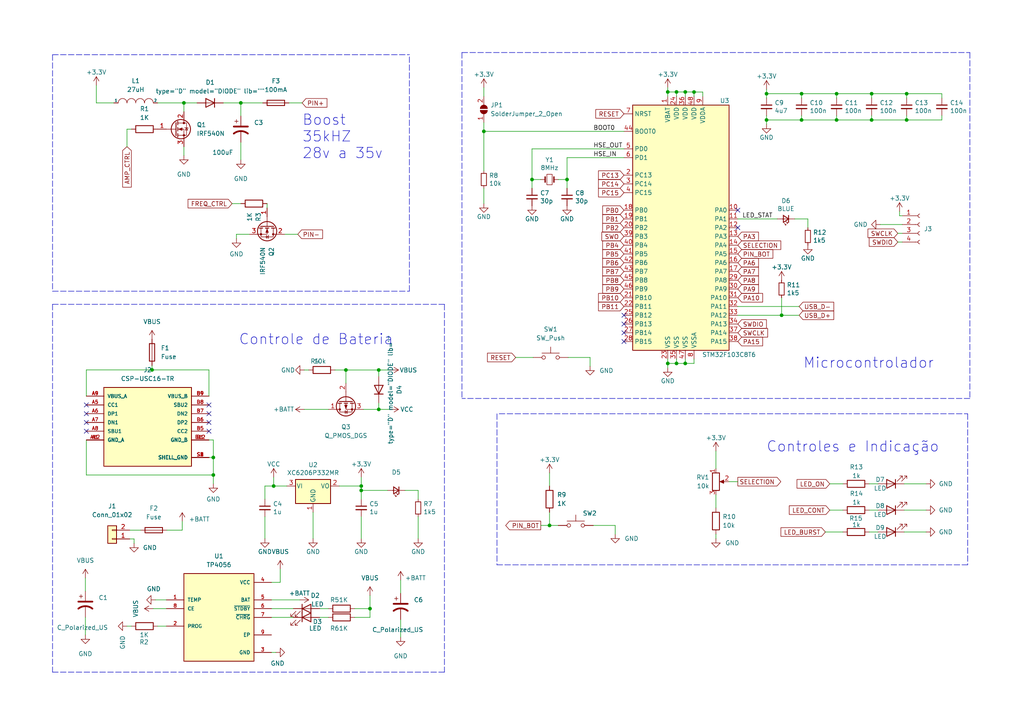
<source format=kicad_sch>
(kicad_sch (version 20211123) (generator eeschema)
  (paper "A4")
  (lib_symbols
    (symbol "CSP-USC16-TR:CSP-USC16-TR" (pin_names (offset 1.016))
      (property "Reference" "J" (at -12.7 13.462 0))
      (property "Value" "CSP-USC16-TR" (at -12.7 -12.7 0))
      (symbol "CSP-USC16-TR_0_0"
        (pin power_in line (at -17.78 -2.54 0) (length 5.08) (name "GND_A") (number "A1"))
        (pin power_in line (at -17.78 -2.54 0) (length 5.08) (name "GND_A") (number "A12"))
        (pin power_in line (at -17.78 10.16 0) (length 5.08) (name "VBUS_A") (number "A4"))
        (pin bidirectional line (at -17.78 7.62 0) (length 5.08) (name "CC1") (number "A5"))
        (pin bidirectional line (at -17.78 5.08 0) (length 5.08) (name "DP1") (number "A6"))
        (pin bidirectional line (at -17.78 2.54 0) (length 5.08) (name "DN1") (number "A7"))
        (pin bidirectional line (at -17.78 0 0) (length 5.08) (name "SBU1") (number "A8"))
        (pin power_in line (at -17.78 10.16 0) (length 5.08) (name "VBUS_A") (number "A9"))
        (pin power_in line (at 17.78 -2.54 180) (length 5.08) (name "GND_B") (number "B1"))
        (pin power_in line (at 17.78 -2.54 180) (length 5.08) (name "GND_B") (number "B12"))
        (pin power_in line (at 17.78 10.16 180) (length 5.08) (name "VBUS_B") (number "B4"))
        (pin bidirectional line (at 17.78 0 180) (length 5.08) (name "CC2") (number "B5"))
        (pin bidirectional line (at 17.78 2.54 180) (length 5.08) (name "DP2") (number "B6"))
        (pin bidirectional line (at 17.78 5.08 180) (length 5.08) (name "DN2") (number "B7"))
        (pin bidirectional line (at 17.78 7.62 180) (length 5.08) (name "SBU2") (number "B8"))
        (pin power_in line (at 17.78 10.16 180) (length 5.08) (name "VBUS_B") (number "B9"))
        (pin power_in line (at 17.78 -7.62 180) (length 5.08) (name "SHELL_GND") (number "S1"))
        (pin power_in line (at 17.78 -7.62 180) (length 5.08) (name "SHELL_GND") (number "S2"))
        (pin power_in line (at 17.78 -7.62 180) (length 5.08) (name "SHELL_GND") (number "S3"))
        (pin power_in line (at 17.78 -7.62 180) (length 5.08) (name "SHELL_GND") (number "S4"))
      )
    )
    (symbol "Connector:Conn_01x04_Female" (pin_names (offset 1.016) hide)
      (property "Reference" "J" (at 0 5.08 0))
      (property "Value" "Conn_01x04_Female" (at 0 -7.62 0))
      (symbol "Conn_01x04_Female_1_1"
        (pin passive line (at -5.08 2.54 0) (length 3.81) (name "Pin_1") (number "1"))
        (pin passive line (at -5.08 0 0) (length 3.81) (name "Pin_2") (number "2"))
        (pin passive line (at -5.08 -2.54 0) (length 3.81) (name "Pin_3") (number "3"))
        (pin passive line (at -5.08 -5.08 0) (length 3.81) (name "Pin_4") (number "4"))
      )
    )
    (symbol "Connector_Generic:Conn_01x02" (pin_names (offset 1.016) hide)
      (property "Reference" "J" (at 0 2.54 0))
      (property "Value" "Conn_01x02" (at 0 -5.08 0))
      (symbol "Conn_01x02_1_1"
        (pin passive line (at -5.08 0 0) (length 3.81) (name "Pin_1") (number "1"))
        (pin passive line (at -5.08 -2.54 0) (length 3.81) (name "Pin_2") (number "2"))
      )
    )
    (symbol "Device:C_Polarized_US" (pin_numbers hide) (pin_names (offset 0.254) hide)
      (property "Reference" "C" (at 0.635 2.54 0))
      (property "Value" "C_Polarized_US" (at 0.635 -2.54 0))
      (symbol "C_Polarized_US_1_1"
        (pin passive line (at 0 3.81 270) (length 2.794) (name "~") (number "1"))
        (pin passive line (at 0 -3.81 90) (length 3.302) (name "~") (number "2"))
      )
    )
    (symbol "Device:C_Small" (pin_numbers hide) (pin_names (offset 0.254) hide)
      (property "Reference" "C" (at 0.254 1.778 0))
      (property "Value" "C_Small" (at 0.254 -2.032 0))
      (symbol "C_Small_1_1"
        (pin passive line (at 0 2.54 270) (length 2.032) (name "~") (number "1"))
        (pin passive line (at 0 -2.54 90) (length 2.032) (name "~") (number "2"))
      )
    )
    (symbol "Device:Crystal_Small" (pin_numbers hide) (pin_names (offset 1.016) hide)
      (property "Reference" "Y" (at 0 2.54 0))
      (property "Value" "Crystal_Small" (at 0 -2.54 0))
      (symbol "Crystal_Small_1_1"
        (pin passive line (at -2.54 0 0) (length 1.27) (name "1") (number "1"))
        (pin passive line (at 2.54 0 180) (length 1.27) (name "2") (number "2"))
      )
    )
    (symbol "Device:Fuse" (pin_numbers hide) (pin_names (offset 0))
      (property "Reference" "F" (at 2.032 0 90))
      (property "Value" "Fuse" (at -1.905 0 90))
      (symbol "Fuse_1_1"
        (pin passive line (at 0 3.81 270) (length 1.27) (name "~") (number "1"))
        (pin passive line (at 0 -3.81 90) (length 1.27) (name "~") (number "2"))
      )
    )
    (symbol "Device:LED" (pin_numbers hide) (pin_names (offset 1.016) hide)
      (property "Reference" "D" (at 0 2.54 0))
      (property "Value" "LED" (at 0 -2.54 0))
      (symbol "LED_1_1"
        (pin passive line (at -3.81 0 0) (length 2.54) (name "K") (number "1"))
        (pin passive line (at 3.81 0 180) (length 2.54) (name "A") (number "2"))
      )
    )
    (symbol "Device:LED_Small" (pin_numbers hide) (pin_names (offset 0.254) hide)
      (property "Reference" "D" (at -1.27 3.175 0))
      (property "Value" "LED_Small" (at -4.445 -2.54 0))
      (symbol "LED_Small_1_1"
        (pin passive line (at -2.54 0 0) (length 1.778) (name "K") (number "1"))
        (pin passive line (at 2.54 0 180) (length 1.778) (name "A") (number "2"))
      )
    )
    (symbol "Device:Q_PMOS_DGS" (pin_names (offset 0) hide)
      (property "Reference" "Q" (at 5.08 1.27 0))
      (property "Value" "Q_PMOS_DGS" (at 5.08 -1.27 0))
      (symbol "Q_PMOS_DGS_1_1"
        (pin passive line (at 2.54 5.08 270) (length 2.54) (name "D") (number "1"))
        (pin input line (at -5.08 0 0) (length 2.54) (name "G") (number "2"))
        (pin passive line (at 2.54 -5.08 90) (length 2.54) (name "S") (number "3"))
      )
    )
    (symbol "Device:R" (pin_numbers hide) (pin_names (offset 0))
      (property "Reference" "R" (at 2.032 0 90))
      (property "Value" "R" (at 0 0 90))
      (symbol "R_1_1"
        (pin passive line (at 0 3.81 270) (length 1.27) (name "~") (number "1"))
        (pin passive line (at 0 -3.81 90) (length 1.27) (name "~") (number "2"))
      )
    )
    (symbol "Device:R_Potentiometer" (pin_names (offset 1.016) hide)
      (property "Reference" "RV" (at -4.445 0 90))
      (property "Value" "R_Potentiometer" (at -2.54 0 90))
      (symbol "R_Potentiometer_1_1"
        (pin passive line (at 0 3.81 270) (length 1.27) (name "1") (number "1"))
        (pin passive line (at 3.81 0 180) (length 1.27) (name "2") (number "2"))
        (pin passive line (at 0 -3.81 90) (length 1.27) (name "3") (number "3"))
      )
    )
    (symbol "Device:R_Small" (pin_numbers hide) (pin_names (offset 0.254) hide)
      (property "Reference" "R" (at 0.762 0.508 0))
      (property "Value" "R_Small" (at 0.762 -1.016 0))
      (symbol "R_Small_1_1"
        (pin passive line (at 0 2.54 270) (length 0.762) (name "~") (number "1"))
        (pin passive line (at 0 -2.54 90) (length 0.762) (name "~") (number "2"))
      )
    )
    (symbol "Jumper:SolderJumper_2_Open" (pin_names (offset 0) hide)
      (property "Reference" "JP" (at 0 2.032 0))
      (property "Value" "SolderJumper_2_Open" (at 0 -2.54 0))
      (symbol "SolderJumper_2_Open_1_1"
        (pin passive line (at -3.81 0 0) (length 2.54) (name "A") (number "1"))
        (pin passive line (at 3.81 0 180) (length 2.54) (name "B") (number "2"))
      )
    )
    (symbol "MCU_ST_STM32F1:STM32F103C8Tx"
      (property "Reference" "U" (at -15.24 36.83 0))
      (property "Value" "STM32F103C8Tx" (at 7.62 36.83 0))
      (symbol "STM32F103C8Tx_1_1"
        (pin power_in line (at -5.08 38.1 270) (length 2.54) (name "VBAT") (number "1"))
        (pin bidirectional line (at 15.24 5.08 180) (length 2.54) (name "PA0") (number "10"))
        (pin bidirectional line (at 15.24 2.54 180) (length 2.54) (name "PA1") (number "11"))
        (pin bidirectional line (at 15.24 0 180) (length 2.54) (name "PA2") (number "12"))
        (pin bidirectional line (at 15.24 -2.54 180) (length 2.54) (name "PA3") (number "13"))
        (pin bidirectional line (at 15.24 -5.08 180) (length 2.54) (name "PA4") (number "14"))
        (pin bidirectional line (at 15.24 -7.62 180) (length 2.54) (name "PA5") (number "15"))
        (pin bidirectional line (at 15.24 -10.16 180) (length 2.54) (name "PA6") (number "16"))
        (pin bidirectional line (at 15.24 -12.7 180) (length 2.54) (name "PA7") (number "17"))
        (pin bidirectional line (at -17.78 5.08 0) (length 2.54) (name "PB0") (number "18"))
        (pin bidirectional line (at -17.78 2.54 0) (length 2.54) (name "PB1") (number "19"))
        (pin bidirectional line (at -17.78 15.24 0) (length 2.54) (name "PC13") (number "2"))
        (pin bidirectional line (at -17.78 0 0) (length 2.54) (name "PB2") (number "20"))
        (pin bidirectional line (at -17.78 -20.32 0) (length 2.54) (name "PB10") (number "21"))
        (pin bidirectional line (at -17.78 -22.86 0) (length 2.54) (name "PB11") (number "22"))
        (pin power_in line (at -5.08 -38.1 90) (length 2.54) (name "VSS") (number "23"))
        (pin power_in line (at -2.54 38.1 270) (length 2.54) (name "VDD") (number "24"))
        (pin bidirectional line (at -17.78 -25.4 0) (length 2.54) (name "PB12") (number "25"))
        (pin bidirectional line (at -17.78 -27.94 0) (length 2.54) (name "PB13") (number "26"))
        (pin bidirectional line (at -17.78 -30.48 0) (length 2.54) (name "PB14") (number "27"))
        (pin bidirectional line (at -17.78 -33.02 0) (length 2.54) (name "PB15") (number "28"))
        (pin bidirectional line (at 15.24 -15.24 180) (length 2.54) (name "PA8") (number "29"))
        (pin bidirectional line (at -17.78 12.7 0) (length 2.54) (name "PC14") (number "3"))
        (pin bidirectional line (at 15.24 -17.78 180) (length 2.54) (name "PA9") (number "30"))
        (pin bidirectional line (at 15.24 -20.32 180) (length 2.54) (name "PA10") (number "31"))
        (pin bidirectional line (at 15.24 -22.86 180) (length 2.54) (name "PA11") (number "32"))
        (pin bidirectional line (at 15.24 -25.4 180) (length 2.54) (name "PA12") (number "33"))
        (pin bidirectional line (at 15.24 -27.94 180) (length 2.54) (name "PA13") (number "34"))
        (pin power_in line (at -2.54 -38.1 90) (length 2.54) (name "VSS") (number "35"))
        (pin power_in line (at 0 38.1 270) (length 2.54) (name "VDD") (number "36"))
        (pin bidirectional line (at 15.24 -30.48 180) (length 2.54) (name "PA14") (number "37"))
        (pin bidirectional line (at 15.24 -33.02 180) (length 2.54) (name "PA15") (number "38"))
        (pin bidirectional line (at -17.78 -2.54 0) (length 2.54) (name "PB3") (number "39"))
        (pin bidirectional line (at -17.78 10.16 0) (length 2.54) (name "PC15") (number "4"))
        (pin bidirectional line (at -17.78 -5.08 0) (length 2.54) (name "PB4") (number "40"))
        (pin bidirectional line (at -17.78 -7.62 0) (length 2.54) (name "PB5") (number "41"))
        (pin bidirectional line (at -17.78 -10.16 0) (length 2.54) (name "PB6") (number "42"))
        (pin bidirectional line (at -17.78 -12.7 0) (length 2.54) (name "PB7") (number "43"))
        (pin input line (at -17.78 27.94 0) (length 2.54) (name "BOOT0") (number "44"))
        (pin bidirectional line (at -17.78 -15.24 0) (length 2.54) (name "PB8") (number "45"))
        (pin bidirectional line (at -17.78 -17.78 0) (length 2.54) (name "PB9") (number "46"))
        (pin power_in line (at 0 -38.1 90) (length 2.54) (name "VSS") (number "47"))
        (pin power_in line (at 2.54 38.1 270) (length 2.54) (name "VDD") (number "48"))
        (pin input line (at -17.78 22.86 0) (length 2.54) (name "PD0") (number "5"))
        (pin input line (at -17.78 20.32 0) (length 2.54) (name "PD1") (number "6"))
        (pin input line (at -17.78 33.02 0) (length 2.54) (name "NRST") (number "7"))
        (pin power_in line (at 2.54 -38.1 90) (length 2.54) (name "VSSA") (number "8"))
        (pin power_in line (at 5.08 38.1 270) (length 2.54) (name "VDDA") (number "9"))
      )
    )
    (symbol "Regulator_Linear:XC6206PxxxMR" (pin_names (offset 0.254))
      (property "Reference" "U" (at -3.81 3.175 0))
      (property "Value" "XC6206PxxxMR" (at 0 3.175 0))
      (symbol "XC6206PxxxMR_1_1"
        (pin power_in line (at 0 -7.62 90) (length 2.54) (name "GND") (number "1"))
        (pin power_out line (at 7.62 0 180) (length 2.54) (name "VO") (number "2"))
        (pin power_in line (at -7.62 0 0) (length 2.54) (name "VI") (number "3"))
      )
    )
    (symbol "Simulation_SPICE:DIODE" (pin_numbers hide) (pin_names (offset 1.016) hide)
      (property "Reference" "D" (at 0 2.54 0))
      (property "Value" "DIODE" (at 0 -2.54 0))
      (symbol "DIODE_1_1"
        (pin passive line (at -3.81 0 0) (length 2.54) (name "A") (number "1"))
        (pin passive line (at 3.81 0 180) (length 2.54) (name "K") (number "2"))
      )
    )
    (symbol "Switch:SW_Push" (pin_numbers hide) (pin_names (offset 1.016) hide)
      (property "Reference" "SW" (at 1.27 2.54 0))
      (property "Value" "SW_Push" (at 0 -1.524 0))
      (symbol "SW_Push_0_1"
        (pin passive line (at -5.08 0 0) (length 2.54) (name "1") (number "1"))
        (pin passive line (at 5.08 0 180) (length 2.54) (name "2") (number "2"))
      )
    )
    (symbol "TP4056:TP4056" (pin_names (offset 1.016))
      (property "Reference" "U" (at -10.16 13.208 0))
      (property "Value" "TP4056" (at -10.16 -15.24 0))
      (symbol "TP4056_0_0"
        (pin input line (at -15.24 5.08 0) (length 5.08) (name "TEMP") (number "1"))
        (pin bidirectional line (at -15.24 -2.54 0) (length 5.08) (name "PROG") (number "2"))
        (pin power_in line (at 15.24 -10.16 180) (length 5.08) (name "GND") (number "3"))
        (pin power_in line (at 15.24 10.16 180) (length 5.08) (name "VCC") (number "4"))
        (pin output line (at 15.24 5.08 180) (length 5.08) (name "BAT") (number "5"))
        (pin output line (at 15.24 2.54 180) (length 5.08) (name "~{STDBY}") (number "6"))
        (pin output line (at 15.24 0 180) (length 5.08) (name "~{CHRG}") (number "7"))
        (pin input line (at -15.24 2.54 0) (length 5.08) (name "CE") (number "8"))
        (pin passive line (at 15.24 -5.08 180) (length 5.08) (name "EP") (number "9"))
      )
    )
    (symbol "Transistor_FET:IRF540N" (pin_names hide)
      (property "Reference" "Q" (at 6.35 1.905 0))
      (property "Value" "IRF540N" (at 6.35 0 0))
      (symbol "IRF540N_1_1"
        (pin input line (at -5.08 0 0) (length 2.54) (name "G") (number "1"))
        (pin passive line (at 2.54 5.08 270) (length 2.54) (name "D") (number "2"))
        (pin passive line (at 2.54 -5.08 90) (length 2.54) (name "S") (number "3"))
      )
    )
    (symbol "power:+3.3V" (power) (pin_names (offset 0))
      (property "Value" "+3.3V" (at 0 3.556 0))
      (symbol "+3.3V_1_1"
        (pin power_in line (at 0 0 90) (length 0) hide (name "+3.3V") (number "1"))
      )
    )
    (symbol "power:+BATT" (power) (pin_names (offset 0))
      (property "Value" "+BATT" (at 0 3.556 0))
      (symbol "+BATT_1_1"
        (pin power_in line (at 0 0 90) (length 0) hide (name "+BATT") (number "1"))
      )
    )
    (symbol "power:GND" (power) (pin_names (offset 0))
      (property "Value" "GND" (at 0 -3.81 0))
      (symbol "GND_1_1"
        (pin power_in line (at 0 0 270) (length 0) hide (name "GND") (number "1"))
      )
    )
    (symbol "power:VBUS" (power) (pin_names (offset 0))
      (property "Value" "VBUS" (at 0 3.81 0))
      (symbol "VBUS_1_1"
        (pin power_in line (at 0 0 90) (length 0) hide (name "VBUS") (number "1"))
      )
    )
    (symbol "power:VCC" (power) (pin_names (offset 0))
      (property "Value" "VCC" (at 0 3.81 0))
      (symbol "VCC_1_1"
        (pin power_in line (at 0 0 90) (length 0) hide (name "VCC") (number "1"))
      )
    )
    (symbol "pspice:INDUCTOR" (pin_numbers hide) (pin_names (offset 0))
      (property "Reference" "L" (at 0 2.54 0))
      (property "Value" "INDUCTOR" (at 0 -1.27 0))
      (symbol "INDUCTOR_1_1"
        (pin input line (at -6.35 0 0) (length 1.27) (name "1") (number "1"))
        (pin input line (at 6.35 0 180) (length 1.27) (name "2") (number "2"))
      )
    )
  )
  (junction (at 262.9662 27.178))
  (junction (at 154.305 52.07))
  (junction (at 53.34 29.845))
  (junction (at 242.6462 34.798))
  (junction (at 196.215 26.67))
  (junction (at 222.3262 34.798))
  (junction (at 242.6462 27.178))
  (junction (at 232.4862 27.178))
  (junction (at 61.8744 137.7696))
  (junction (at 232.4862 34.798))
  (junction (at 109.855 118.745))
  (junction (at 140.335 38.1))
  (junction (at 196.215 105.41))
  (junction (at 193.675 26.67))
  (junction (at 252.8062 34.798))
  (junction (at 159.385 152.4))
  (junction (at 100.33 107.315))
  (junction (at 109.855 107.315))
  (junction (at 193.675 105.41))
  (junction (at 61.8744 132.6896))
  (junction (at 104.775 140.97))
  (junction (at 262.9662 34.798))
  (junction (at 198.755 26.67))
  (junction (at 164.465 52.07))
  (junction (at 252.8062 27.178))
  (junction (at 198.755 105.41))
  (junction (at 201.295 26.6954))
  (junction (at 107.315 176.53))
  (junction (at 79.375 140.97))
  (junction (at 226.695 91.44))
  (junction (at 69.85 29.845))
  (junction (at 222.3262 27.178))
  (junction (at 44.0944 107.2896))
  (junction (at 104.775 142.24))
  (no_connect (at 180.975 99.06))
  (no_connect (at 180.975 93.98))
  (no_connect (at 60.6044 125.0696))
  (no_connect (at 60.6044 122.5296))
  (no_connect (at 60.6044 119.9896))
  (no_connect (at 180.975 96.52))
  (no_connect (at 25.0444 117.4496))
  (no_connect (at 25.0444 125.0696))
  (no_connect (at 25.0444 119.9896))
  (no_connect (at 213.995 66.04))
  (no_connect (at 180.975 91.44))
  (no_connect (at 213.995 60.96))
  (no_connect (at 25.0444 122.5296))
  (no_connect (at 60.6044 117.4496))
  (wire (pts (xy 222.3262 25.908) (xy 222.3262 27.178)))
  (wire (pts (xy 213.995 139.7) (xy 211.455 139.7)))
  (wire (pts (xy 252.095 154.305) (xy 254.635 154.305)))
  (wire (pts (xy 203.835 26.6954) (xy 201.295 26.6954)))
  (polyline (pts (xy 15.24 88.265) (xy 128.905 88.265)))
  (wire (pts (xy 38.8874 156.3116) (xy 37.6174 156.3116)))
  (wire (pts (xy 159.385 148.59) (xy 159.385 152.4)))
  (wire (pts (xy 207.645 156.21) (xy 207.645 154.94)))
  (polyline (pts (xy 144.145 120.015) (xy 144.145 163.83)))
  (wire (pts (xy 180.975 43.18) (xy 154.305 43.18)))
  (wire (pts (xy 140.335 35.56) (xy 140.335 38.1)))
  (wire (pts (xy 53.34 32.385) (xy 53.34 29.845)))
  (wire (pts (xy 109.855 107.315) (xy 100.33 107.315)))
  (wire (pts (xy 232.4862 34.798) (xy 242.6462 34.798)))
  (wire (pts (xy 193.675 105.41) (xy 196.215 105.41)))
  (wire (pts (xy 159.385 152.4) (xy 161.925 152.4)))
  (wire (pts (xy 90.805 156.21) (xy 90.805 148.59)))
  (wire (pts (xy 45.085 173.99) (xy 48.26 173.99)))
  (wire (pts (xy 25.0444 107.2896) (xy 25.0444 114.9096)))
  (wire (pts (xy 102.87 176.53) (xy 107.315 176.53)))
  (polyline (pts (xy 15.24 15.875) (xy 118.745 15.875)))
  (wire (pts (xy 260.4008 70.2056) (xy 261.6708 70.2056)))
  (polyline (pts (xy 128.905 194.945) (xy 15.24 194.945)))
  (wire (pts (xy 107.315 172.72) (xy 107.315 176.53)))
  (wire (pts (xy 252.095 140.335) (xy 254.635 140.335)))
  (wire (pts (xy 61.8744 140.3096) (xy 61.8744 137.7696)))
  (polyline (pts (xy 133.985 15.24) (xy 281.305 15.24)))
  (wire (pts (xy 260.9088 61.3156) (xy 260.9088 62.5856)))
  (wire (pts (xy 193.675 105.41) (xy 193.675 104.14)))
  (wire (pts (xy 240.665 147.955) (xy 244.475 147.955)))
  (wire (pts (xy 37.6174 153.7716) (xy 40.7924 153.7716)))
  (wire (pts (xy 156.845 152.4) (xy 159.385 152.4)))
  (wire (pts (xy 44.45 176.53) (xy 48.26 176.53)))
  (wire (pts (xy 109.855 118.745) (xy 105.41 118.745)))
  (wire (pts (xy 72.39 67.945) (xy 68.58 67.945)))
  (wire (pts (xy 178.435 154.94) (xy 178.435 152.4)))
  (wire (pts (xy 61.8744 132.6896) (xy 61.8744 137.7696)))
  (wire (pts (xy 36.83 181.61) (xy 38.1 181.61)))
  (wire (pts (xy 25.0444 107.2896) (xy 44.0944 107.2896)))
  (wire (pts (xy 76.835 140.97) (xy 76.835 144.78)))
  (wire (pts (xy 164.465 52.07) (xy 164.465 45.72)))
  (wire (pts (xy 78.74 179.07) (xy 85.09 179.07)))
  (wire (pts (xy 207.645 147.32) (xy 207.645 143.51)))
  (wire (pts (xy 234.315 66.04) (xy 234.315 63.5)))
  (wire (pts (xy 232.4862 27.178) (xy 222.3262 27.178)))
  (wire (pts (xy 107.315 179.07) (xy 107.315 176.53)))
  (wire (pts (xy 232.4862 27.178) (xy 232.4862 28.448)))
  (wire (pts (xy 95.25 118.745) (xy 88.265 118.745)))
  (wire (pts (xy 27.94 24.765) (xy 27.94 29.845)))
  (wire (pts (xy 193.675 26.67) (xy 196.215 26.67)))
  (wire (pts (xy 76.835 156.21) (xy 76.835 149.86)))
  (wire (pts (xy 48.4124 153.7716) (xy 52.8574 153.7716)))
  (wire (pts (xy 198.755 26.67) (xy 201.295 26.67)))
  (wire (pts (xy 24.765 167.64) (xy 24.765 171.45)))
  (wire (pts (xy 180.975 38.1) (xy 140.335 38.1)))
  (wire (pts (xy 112.395 142.24) (xy 104.775 142.24)))
  (wire (pts (xy 140.335 38.1) (xy 140.335 49.53)))
  (wire (pts (xy 77.47 59.055) (xy 77.47 60.325)))
  (wire (pts (xy 226.695 91.44) (xy 213.995 91.44)))
  (wire (pts (xy 255.3208 65.1256) (xy 261.6708 65.1256)))
  (wire (pts (xy 61.8744 132.6896) (xy 61.8744 127.6096)))
  (wire (pts (xy 154.305 43.18) (xy 154.305 52.07)))
  (polyline (pts (xy 133.985 15.24) (xy 133.985 115.57)))
  (wire (pts (xy 268.605 140.335) (xy 262.255 140.335)))
  (wire (pts (xy 201.295 26.67) (xy 201.295 26.6954)))
  (wire (pts (xy 116.205 184.785) (xy 116.205 179.705)))
  (wire (pts (xy 83.82 29.845) (xy 87.63 29.845)))
  (wire (pts (xy 100.33 107.315) (xy 100.33 111.125)))
  (wire (pts (xy 53.34 29.845) (xy 45.72 29.845)))
  (wire (pts (xy 116.205 168.275) (xy 116.205 172.085)))
  (wire (pts (xy 78.74 176.53) (xy 85.09 176.53)))
  (wire (pts (xy 268.605 147.955) (xy 262.255 147.955)))
  (wire (pts (xy 44.0944 106.0196) (xy 44.0944 107.2896)))
  (wire (pts (xy 242.6462 33.528) (xy 242.6462 34.798)))
  (wire (pts (xy 61.8744 132.6896) (xy 60.6044 132.6896)))
  (wire (pts (xy 100.33 107.315) (xy 97.155 107.315)))
  (wire (pts (xy 207.645 130.81) (xy 207.645 135.89)))
  (polyline (pts (xy 118.745 84.455) (xy 118.745 15.875)))
  (wire (pts (xy 98.425 140.97) (xy 104.775 140.97)))
  (wire (pts (xy 193.675 26.67) (xy 193.675 27.94)))
  (polyline (pts (xy 280.67 120.015) (xy 280.67 163.83)))
  (wire (pts (xy 24.765 184.15) (xy 24.765 179.07)))
  (wire (pts (xy 231.775 88.9) (xy 213.995 88.9)))
  (wire (pts (xy 79.375 140.97) (xy 76.835 140.97)))
  (wire (pts (xy 178.435 152.4) (xy 172.085 152.4)))
  (wire (pts (xy 198.755 104.14) (xy 198.755 105.41)))
  (wire (pts (xy 239.395 154.305) (xy 244.475 154.305)))
  (wire (pts (xy 159.385 137.16) (xy 159.385 140.97)))
  (wire (pts (xy 203.835 27.94) (xy 203.835 26.6954)))
  (wire (pts (xy 109.855 116.84) (xy 109.855 118.745)))
  (wire (pts (xy 222.3262 34.798) (xy 222.3262 36.068)))
  (polyline (pts (xy 144.78 120.015) (xy 280.67 120.015)))
  (wire (pts (xy 262.9662 27.178) (xy 273.177 27.178)))
  (wire (pts (xy 196.215 27.94) (xy 196.215 26.67)))
  (wire (pts (xy 154.305 54.61) (xy 154.305 52.07)))
  (wire (pts (xy 53.34 45.085) (xy 53.34 42.545)))
  (wire (pts (xy 53.34 29.845) (xy 57.15 29.845)))
  (wire (pts (xy 52.8574 151.2316) (xy 52.8574 153.7716)))
  (wire (pts (xy 252.8062 27.178) (xy 242.6462 27.178)))
  (wire (pts (xy 262.9662 33.528) (xy 262.9662 34.798)))
  (wire (pts (xy 273.177 33.528) (xy 273.177 34.798)))
  (wire (pts (xy 121.285 142.24) (xy 117.475 142.24)))
  (polyline (pts (xy 15.24 15.875) (xy 15.24 84.455)))
  (wire (pts (xy 164.465 54.61) (xy 164.465 52.07)))
  (wire (pts (xy 193.675 106.68) (xy 193.675 105.41)))
  (polyline (pts (xy 281.305 115.57) (xy 133.985 115.57)))
  (wire (pts (xy 44.0944 107.2896) (xy 60.6044 107.2896)))
  (wire (pts (xy 79.375 138.43) (xy 79.375 140.97)))
  (wire (pts (xy 104.775 138.43) (xy 104.775 140.97)))
  (wire (pts (xy 222.3262 33.528) (xy 222.3262 34.798)))
  (wire (pts (xy 171.1452 106.2228) (xy 171.1452 103.6828)))
  (wire (pts (xy 252.8062 28.448) (xy 252.8062 27.178)))
  (wire (pts (xy 242.6462 28.448) (xy 242.6462 27.178)))
  (wire (pts (xy 196.215 104.14) (xy 196.215 105.41)))
  (wire (pts (xy 226.695 86.36) (xy 226.695 91.44)))
  (polyline (pts (xy 15.24 84.455) (xy 118.745 84.455)))
  (wire (pts (xy 196.215 26.67) (xy 198.755 26.67)))
  (wire (pts (xy 161.925 52.07) (xy 164.465 52.07)))
  (wire (pts (xy 222.3262 34.798) (xy 232.4862 34.798)))
  (wire (pts (xy 140.335 54.61) (xy 140.335 59.055)))
  (polyline (pts (xy 280.67 163.83) (xy 144.145 163.83)))
  (wire (pts (xy 67.31 59.055) (xy 69.85 59.055)))
  (wire (pts (xy 252.095 147.955) (xy 254.635 147.955)))
  (wire (pts (xy 262.9662 34.798) (xy 273.177 34.798)))
  (wire (pts (xy 222.3262 27.178) (xy 222.3262 28.448)))
  (wire (pts (xy 25.0444 137.7696) (xy 61.8744 137.7696)))
  (wire (pts (xy 109.855 107.315) (xy 109.855 109.22)))
  (wire (pts (xy 95.25 179.07) (xy 92.71 179.07)))
  (wire (pts (xy 242.6462 27.178) (xy 232.4862 27.178)))
  (wire (pts (xy 198.755 105.41) (xy 201.295 105.41)))
  (wire (pts (xy 104.775 142.24) (xy 104.775 144.78)))
  (wire (pts (xy 121.285 156.21) (xy 121.285 149.86)))
  (wire (pts (xy 80.01 189.23) (xy 78.74 189.23)))
  (wire (pts (xy 252.8062 34.798) (xy 262.9662 34.798)))
  (wire (pts (xy 201.295 105.41) (xy 201.295 104.14)))
  (wire (pts (xy 69.85 29.845) (xy 76.2 29.845)))
  (wire (pts (xy 60.6044 114.9096) (xy 60.6044 107.2896)))
  (wire (pts (xy 45.72 181.61) (xy 48.26 181.61)))
  (polyline (pts (xy 281.305 15.24) (xy 281.305 115.57)))
  (wire (pts (xy 260.4008 67.6656) (xy 261.6708 67.6656)))
  (wire (pts (xy 121.285 144.78) (xy 121.285 142.24)))
  (wire (pts (xy 69.85 29.845) (xy 64.77 29.845)))
  (wire (pts (xy 69.85 33.655) (xy 69.85 29.845)))
  (wire (pts (xy 68.58 67.945) (xy 68.58 69.215)))
  (wire (pts (xy 81.28 165.1) (xy 81.28 168.91)))
  (wire (pts (xy 193.675 25.4) (xy 193.675 26.67)))
  (wire (pts (xy 252.8062 33.528) (xy 252.8062 34.798)))
  (wire (pts (xy 113.03 118.745) (xy 109.855 118.745)))
  (wire (pts (xy 36.83 37.465) (xy 36.83 42.545)))
  (wire (pts (xy 201.295 26.6954) (xy 201.295 27.94)))
  (wire (pts (xy 273.177 28.448) (xy 273.177 27.178)))
  (wire (pts (xy 104.775 156.21) (xy 104.775 149.86)))
  (wire (pts (xy 196.215 105.41) (xy 198.755 105.41)))
  (wire (pts (xy 242.6462 34.798) (xy 252.8062 34.798)))
  (wire (pts (xy 102.87 179.07) (xy 107.315 179.07)))
  (wire (pts (xy 83.185 140.97) (xy 79.375 140.97)))
  (wire (pts (xy 69.85 46.355) (xy 69.85 41.275)))
  (wire (pts (xy 38.1 37.465) (xy 36.83 37.465)))
  (wire (pts (xy 232.4862 34.798) (xy 232.4862 33.528)))
  (wire (pts (xy 38.8874 157.5816) (xy 38.8874 156.3116)))
  (wire (pts (xy 149.5552 103.6828) (xy 154.6352 103.6828)))
  (wire (pts (xy 25.0444 127.6096) (xy 25.0444 137.7696)))
  (wire (pts (xy 262.9662 27.178) (xy 252.8062 27.178)))
  (wire (pts (xy 262.9662 28.448) (xy 262.9662 27.178)))
  (wire (pts (xy 234.315 63.5) (xy 230.505 63.5)))
  (wire (pts (xy 171.1452 103.6828) (xy 164.7952 103.6828)))
  (wire (pts (xy 104.775 140.97) (xy 104.775 142.24)))
  (wire (pts (xy 231.775 91.44) (xy 226.695 91.44)))
  (wire (pts (xy 213.995 63.5) (xy 225.425 63.5)))
  (wire (pts (xy 113.03 107.315) (xy 109.855 107.315)))
  (polyline (pts (xy 128.905 88.265) (xy 128.905 194.945)))
  (wire (pts (xy 260.9088 62.5856) (xy 261.6708 62.5856)))
  (wire (pts (xy 268.605 154.305) (xy 262.255 154.305)))
  (wire (pts (xy 86.995 173.99) (xy 78.74 173.99)))
  (polyline (pts (xy 15.24 88.265) (xy 15.24 194.945)))
  (wire (pts (xy 240.665 140.335) (xy 244.475 140.335)))
  (wire (pts (xy 154.305 52.07) (xy 156.845 52.07)))
  (wire (pts (xy 95.25 176.53) (xy 92.71 176.53)))
  (wire (pts (xy 81.28 168.91) (xy 78.74 168.91)))
  (wire (pts (xy 198.755 27.94) (xy 198.755 26.67)))
  (wire (pts (xy 88.265 107.315) (xy 89.535 107.315)))
  (wire (pts (xy 82.55 67.945) (xy 86.36 67.945)))
  (wire (pts (xy 27.94 29.845) (xy 33.02 29.845)))
  (wire (pts (xy 61.8744 127.6096) (xy 60.6044 127.6096)))
  (wire (pts (xy 164.465 45.72) (xy 180.975 45.72)))
  (wire (pts (xy 140.335 25.4) (xy 140.335 27.94)))
  (text "Controle de Bateria" (at 69.215 100.33 0) (effects (font (size 3 3)) (justify left bottom)))
  (text "Controles e Indicação" (at 222.25 131.445 0) (effects (font (size 3 3)) (justify left bottom)))
  (text "Boost \n35kHZ\n28v a 35v" (at 87.63 46.355 0) (effects (font (size 3 3)) (justify left bottom)))
  (text "Microcontrolador" (at 232.918 107.1626 0) (effects (font (size 3 3)) (justify left bottom)))
  (label "BOOT0" (at 172.085 38.1 0))
  (label "HSE_OUT" (at 172.085 43.18 0))
  (label "HSE_IN" (at 172.085 45.72 0))
  (label "LED_STAT" (at 215.265 63.5 0))
  (global_label "PIN_BOT" (shape input) (at 213.995 73.66 0) (property "Intersheet References" "${INTERSHEET_REFS}" (effects hide)))
  (global_label "LED_CONT" (shape input) (at 240.665 147.955 180) (property "Intersheet References" "${INTERSHEET_REFS}" (effects hide)))
  (global_label "SWDIO" (shape input) (at 213.995 93.98 0) (property "Intersheet References" "${INTERSHEET_REFS}" (effects hide)))
  (global_label "PB10" (shape input) (at 180.975 86.36 180) (property "Intersheet References" "${INTERSHEET_REFS}" (effects hide)))
  (global_label "SWO" (shape input) (at 180.975 68.58 180) (property "Intersheet References" "${INTERSHEET_REFS}" (effects hide)))
  (global_label "PB11" (shape input) (at 180.975 88.9 180) (property "Intersheet References" "${INTERSHEET_REFS}" (effects hide)))
  (global_label "PB6" (shape input) (at 180.975 76.2 180) (property "Intersheet References" "${INTERSHEET_REFS}" (effects hide)))
  (global_label "PB4" (shape input) (at 180.975 71.12 180) (property "Intersheet References" "${INTERSHEET_REFS}" (effects hide)))
  (global_label "AMP_CTRL" (shape input) (at 36.83 42.545 270) (property "Intersheet References" "${INTERSHEET_REFS}" (effects hide)))
  (global_label "PB7" (shape input) (at 180.975 78.74 180) (property "Intersheet References" "${INTERSHEET_REFS}" (effects hide)))
  (global_label "SWCLK" (shape input) (at 213.995 96.52 0) (property "Intersheet References" "${INTERSHEET_REFS}" (effects hide)))
  (global_label "PC14" (shape input) (at 180.975 53.34 180) (property "Intersheet References" "${INTERSHEET_REFS}" (effects hide)))
  (global_label "RESET" (shape input) (at 180.975 33.02 180) (property "Intersheet References" "${INTERSHEET_REFS}" (effects hide)))
  (global_label "PIN-" (shape input) (at 86.36 67.945 0) (property "Intersheet References" "${INTERSHEET_REFS}" (effects hide)))
  (global_label "FREQ_CTRL" (shape input) (at 67.31 59.055 180) (property "Intersheet References" "${INTERSHEET_REFS}" (effects hide)))
  (global_label "PC13" (shape input) (at 180.975 50.8 180) (property "Intersheet References" "${INTERSHEET_REFS}" (effects hide)))
  (global_label "USB_D+" (shape input) (at 231.775 91.44 0) (property "Intersheet References" "${INTERSHEET_REFS}" (effects hide)))
  (global_label "LED_BURST" (shape input) (at 239.395 154.305 180) (property "Intersheet References" "${INTERSHEET_REFS}" (effects hide)))
  (global_label "SELECTION" (shape output) (at 213.995 139.7 0) (property "Intersheet References" "${INTERSHEET_REFS}" (effects hide)))
  (global_label "SWDIO" (shape input) (at 260.4008 70.2056 180) (property "Intersheet References" "${INTERSHEET_REFS}" (effects hide)))
  (global_label "SELECTION" (shape input) (at 213.995 71.12 0) (property "Intersheet References" "${INTERSHEET_REFS}" (effects hide)))
  (global_label "PIN_BOT" (shape output) (at 156.845 152.4 180) (property "Intersheet References" "${INTERSHEET_REFS}" (effects hide)))
  (global_label "SWCLK" (shape input) (at 260.4008 67.6656 180) (property "Intersheet References" "${INTERSHEET_REFS}" (effects hide)))
  (global_label "PIN+" (shape input) (at 87.63 29.845 0) (property "Intersheet References" "${INTERSHEET_REFS}" (effects hide)))
  (global_label "PB0" (shape input) (at 180.975 60.96 180) (property "Intersheet References" "${INTERSHEET_REFS}" (effects hide)))
  (global_label "PA10" (shape input) (at 213.995 86.36 0) (property "Intersheet References" "${INTERSHEET_REFS}" (effects hide)))
  (global_label "LED_ON" (shape input) (at 240.665 140.335 180) (property "Intersheet References" "${INTERSHEET_REFS}" (effects hide)))
  (global_label "PA9" (shape input) (at 213.995 83.82 0) (property "Intersheet References" "${INTERSHEET_REFS}" (effects hide)))
  (global_label "USB_D-" (shape input) (at 231.775 88.9 0) (property "Intersheet References" "${INTERSHEET_REFS}" (effects hide)))
  (global_label "PA3" (shape input) (at 213.995 68.58 0) (property "Intersheet References" "${INTERSHEET_REFS}" (effects hide)))
  (global_label "RESET" (shape input) (at 149.5552 103.6828 180) (property "Intersheet References" "${INTERSHEET_REFS}" (effects hide)))
  (global_label "PC15" (shape input) (at 180.975 55.88 180) (property "Intersheet References" "${INTERSHEET_REFS}" (effects hide)))
  (global_label "PB1" (shape input) (at 180.975 63.5 180) (property "Intersheet References" "${INTERSHEET_REFS}" (effects hide)))
  (global_label "PB8" (shape input) (at 180.975 81.28 180) (property "Intersheet References" "${INTERSHEET_REFS}" (effects hide)))
  (global_label "PA15" (shape input) (at 213.995 99.06 0) (property "Intersheet References" "${INTERSHEET_REFS}" (effects hide)))
  (global_label "PB9" (shape input) (at 180.975 83.82 180) (property "Intersheet References" "${INTERSHEET_REFS}" (effects hide)))
  (global_label "PB5" (shape input) (at 180.975 73.66 180) (property "Intersheet References" "${INTERSHEET_REFS}" (effects hide)))
  (global_label "PA6" (shape input) (at 213.995 76.2 0) (property "Intersheet References" "${INTERSHEET_REFS}" (effects hide)))
  (global_label "PA8" (shape input) (at 213.995 81.28 0) (property "Intersheet References" "${INTERSHEET_REFS}" (effects hide)))
  (global_label "PA7" (shape input) (at 213.995 78.74 0) (property "Intersheet References" "${INTERSHEET_REFS}" (effects hide)))
  (global_label "PB2" (shape input) (at 180.975 66.04 180) (property "Intersheet References" "${INTERSHEET_REFS}" (effects hide)))
  (symbol (lib_id "power:GND") (at 268.605 154.305 90) (unit 1)
    (property "Reference" "#PWR0106" (effects hide))
    (property "Value" "GND" (at 272.2626 154.3049 90) (effects (justify right)))
  )
  (symbol (lib_id "Simulation_SPICE:DIODE") (at 109.855 113.03 90) (mirror x) (unit 1)
    (property "Reference" "D4" (at 115.7986 113.03 0))
    (property "Value" "DIODE" (at 113.2586 113.03 0))
    (property "Footprint" "Diode_SMD:D_1210_3225Metric" (effects hide))
    (property "Spice_Netlist_Enabled" "Y" (effects hide))
    (property "Spice_Primitive" "D" (effects hide))
  )
  (symbol (lib_id "Connector:Conn_01x04_Female") (at 266.7508 65.1256 0) (unit 1)
    (property "Reference" "J3" (at 267.97 66.3955 0) (effects (justify left)))
    (property "Value" "Conn_01x04_Female" (effects hide))
    (property "Footprint" "Connector_PinSocket_2.54mm:PinSocket_1x04_P2.54mm_Vertical_SMD_Pin1Left" (effects hide))
  )
  (symbol (lib_id "Connector_Generic:Conn_01x02") (at 32.5374 156.3116 180) (unit 1)
    (property "Reference" "J1" (at 32.5374 146.7866 0))
    (property "Value" "Conn_01x02" (at 32.5374 149.3266 0))
    (property "Footprint" "Connector_PinSocket_2.54mm:PinSocket_1x02_P2.54mm_Vertical" (effects hide))
  )
  (symbol (lib_id "power:+BATT") (at 86.995 173.99 270) (unit 1)
    (property "Reference" "#PWR0135" (effects hide))
    (property "Value" "+BATT" (at 83.82 172.085 90) (effects (justify left)))
  )
  (symbol (lib_id "TP4056:TP4056") (at 63.5 179.07 0) (unit 1)
    (property "Reference" "U1" (at 63.5 161.29 0))
    (property "Value" "TP4056" (at 63.5 163.83 0))
    (property "Footprint" "SOP127P600X175-9N" (effects hide))
    (property "STANDARD" "IPC 7351B" (effects hide))
    (property "MAXIMUM_PACKAGE_HEIGHT" "1.75mm" (effects hide))
    (property "MANUFACTURER" "NanJing Top Power ASIC Corp." (effects hide))
  )
  (symbol (lib_id "Transistor_FET:IRF540N") (at 50.8 37.465 0) (unit 1)
    (property "Reference" "Q1" (at 57.0484 36.1949 0) (effects (justify left)))
    (property "Value" "IRF540N" (at 57.0484 38.7349 0) (effects (justify left)))
    (property "Footprint" "Package_TO_SOT_THT:TO-220-3_Vertical" (effects hide))
    (property "Datasheet" "http://www.irf.com/product-info/datasheets/data/irf540n.pdf" (effects hide))
  )
  (symbol (lib_id "Device:R_Small") (at 234.315 68.58 0) (unit 1)
    (property "Reference" "R12" (at 235.8136 67.4116 0) (effects (justify left)))
    (property "Value" "1k5" (at 235.8136 69.723 0) (effects (justify left)))
    (property "Footprint" "Resistor_SMD:R_0603_1608Metric" (effects hide))
    (property "LCSC Part #" "C22843" (effects hide))
  )
  (symbol (lib_id "Device:C_Small") (at 252.8062 30.988 0) (unit 1)
    (property "Reference" "C12" (at 255.143 29.8196 0) (effects (justify left)))
    (property "Value" "100n" (at 255.143 32.131 0) (effects (justify left)))
    (property "Footprint" "Capacitor_SMD:C_0402_1005Metric" (effects hide))
    (property "LCSC Part #" "C1525" (effects hide))
  )
  (symbol (lib_id "Device:LED") (at 258.445 140.335 180) (unit 1)
    (property "Reference" "D7" (at 255.27 139.0904 0))
    (property "Value" "LED" (at 255.27 141.6304 0))
    (property "Footprint" "LED_THT:LED_D5.0mm_FlatTop" (effects hide))
  )
  (symbol (lib_id "Device:Crystal_Small") (at 159.385 52.07 0) (unit 1)
    (property "Reference" "Y1" (at 159.385 46.355 0))
    (property "Value" "8MHz" (at 159.385 48.6664 0))
    (property "Footprint" "Crystal:Crystal_SMD_5032-2Pin_5.0x3.2mm" (effects hide))
    (property "LCSC Part #" "C115962" (effects hide))
  )
  (symbol (lib_id "Device:C_Small") (at 232.4862 30.988 0) (unit 1)
    (property "Reference" "C10" (at 234.823 29.8196 0) (effects (justify left)))
    (property "Value" "100n" (at 234.823 32.131 0) (effects (justify left)))
    (property "Footprint" "Capacitor_SMD:C_0402_1005Metric" (effects hide))
    (property "LCSC Part #" "C1525" (effects hide))
  )
  (symbol (lib_id "power:+3.3V") (at 222.3262 25.908 0) (unit 1)
    (property "Reference" "#PWR016" (effects hide))
    (property "Value" "+3.3V" (at 222.3262 22.098 0))
  )
  (symbol (lib_id "Device:C_Small") (at 242.6462 30.988 0) (unit 1)
    (property "Reference" "C11" (at 244.983 29.8196 0) (effects (justify left)))
    (property "Value" "100n" (at 244.983 32.131 0) (effects (justify left)))
    (property "Footprint" "Capacitor_SMD:C_0402_1005Metric" (effects hide))
    (property "LCSC Part #" "C1525" (effects hide))
  )
  (symbol (lib_id "power:VCC") (at 113.03 118.745 270) (unit 1)
    (property "Reference" "#PWR0139" (effects hide))
    (property "Value" "VCC" (at 118.0084 118.745 90))
  )
  (symbol (lib_id "power:VBUS") (at 113.03 107.315 270) (mirror x) (unit 1)
    (property "Reference" "#PWR0129" (effects hide))
    (property "Value" "VBUS" (at 118.4402 107.3658 90))
  )
  (symbol (lib_id "Device:R") (at 99.06 179.07 90) (unit 1)
    (property "Reference" "R6" (at 98.425 182.245 90) (effects (justify left)))
    (property "Value" "1K" (at 100.965 182.245 90) (effects (justify left)))
    (property "Footprint" "Resistor_SMD:R_0603_1608Metric" (effects hide))
  )
  (symbol (lib_id "Device:R_Potentiometer") (at 207.645 139.7 0) (unit 1)
    (property "Reference" "RV1" (at 205.74 138.4299 0) (effects (justify right)))
    (property "Value" "10k" (at 205.74 140.9699 0) (effects (justify right)))
    (property "Footprint" "Resistor_SMD:R_0603_1608Metric" (effects hide))
  )
  (symbol (lib_id "Device:LED") (at 258.445 154.305 180) (unit 1)
    (property "Reference" "D9" (at 255.27 153.0604 0))
    (property "Value" "LED" (at 255.27 155.6004 0))
    (property "Footprint" "LED_THT:LED_D5.0mm_FlatTop" (effects hide))
  )
  (symbol (lib_id "Device:LED_Small") (at 227.965 63.5 180) (unit 1)
    (property "Reference" "D6" (at 227.965 58.2422 0))
    (property "Value" "BLUE" (at 227.965 60.5536 0))
    (property "Footprint" "LED_THT:LED_D5.0mm_FlatTop" (effects hide))
    (property "LCSC Part #" "C72041" (effects hide))
  )
  (symbol (lib_id "power:+3.3V") (at 207.645 130.81 0) (unit 1)
    (property "Reference" "#PWR015" (effects hide))
    (property "Value" "+3.3V" (at 207.645 127 0))
  )
  (symbol (lib_id "power:GND") (at 53.34 45.085 0) (unit 1)
    (property "Reference" "#PWR0124" (effects hide))
    (property "Value" "GND" (at 53.34 50.5714 0))
  )
  (symbol (lib_id "Regulator_Linear:XC6206PxxxMR") (at 90.805 140.97 0) (unit 1)
    (property "Reference" "U2" (at 90.805 134.8232 0))
    (property "Value" "XC6206P332MR" (at 90.805 137.1346 0))
    (property "Footprint" "Package_TO_SOT_SMD:SOT-23" (effects hide))
    (property "Datasheet" "https://www.torexsemi.com/file/xc6206/XC6206.pdf" (effects hide))
    (property "LCSC Part #" "C5446" (effects hide))
  )
  (symbol (lib_id "power:GND") (at 61.8744 140.3096 0) (unit 1)
    (property "Reference" "#PWR0136" (effects hide))
    (property "Value" "GND" (at 61.8744 144.78 0))
  )
  (symbol (lib_id "power:VBUS") (at 44.45 176.53 90) (unit 1)
    (property "Reference" "#PWR0144" (effects hide))
    (property "Value" "VBUS" (at 39.37 176.53 0))
  )
  (symbol (lib_id "Device:Fuse") (at 80.01 29.845 90) (unit 1)
    (property "Reference" "F3" (at 80.01 23.495 90))
    (property "Value" "100mA" (at 80.01 26.035 90))
    (property "Footprint" "Resistor_SMD:R_1206_3216Metric" (effects hide))
  )
  (symbol (lib_id "Device:C_Small") (at 222.3262 30.988 0) (unit 1)
    (property "Reference" "C9" (at 224.663 29.8196 0) (effects (justify left)))
    (property "Value" "4u7" (at 224.663 32.131 0) (effects (justify left)))
    (property "Footprint" "Capacitor_SMD:C_0603_1608Metric" (effects hide))
    (property "LCSC Part #" "C19666" (effects hide))
  )
  (symbol (lib_id "Device:R") (at 41.91 181.61 90) (unit 1)
    (property "Reference" "R2" (at 43.1292 186.2328 90) (effects (justify left)))
    (property "Value" "1K" (at 43.18 184.15 90) (effects (justify left)))
    (property "Footprint" "Resistor_SMD:R_0603_1608Metric" (effects hide))
  )
  (symbol (lib_id "Device:C_Small") (at 104.775 147.32 0) (unit 1)
    (property "Reference" "C5" (at 107.1118 146.1516 0) (effects (justify left)))
    (property "Value" "1u" (at 107.1118 148.463 0) (effects (justify left)))
    (property "Footprint" "Capacitor_SMD:C_0603_1608Metric" (effects hide))
    (property "LCSC Part #" "C15849" (effects hide))
  )
  (symbol (lib_id "Device:C_Small") (at 262.9662 30.988 0) (unit 1)
    (property "Reference" "C13" (at 265.303 29.8196 0) (effects (justify left)))
    (property "Value" "100n" (at 265.303 32.131 0) (effects (justify left)))
    (property "Footprint" "Capacitor_SMD:C_0402_1005Metric" (effects hide))
    (property "LCSC Part #" "C1525" (effects hide))
  )
  (symbol (lib_id "power:+3.3V") (at 104.775 138.43 0) (unit 1)
    (property "Reference" "#PWR05" (effects hide))
    (property "Value" "+3.3V" (at 104.775 134.62 0))
  )
  (symbol (lib_id "power:GND") (at 121.285 156.21 0) (mirror y) (unit 1)
    (property "Reference" "#PWR07" (effects hide))
    (property "Value" "GND" (at 121.285 160.02 0))
  )
  (symbol (lib_id "power:GND") (at 222.3262 36.068 0) (unit 1)
    (property "Reference" "#PWR017" (effects hide))
    (property "Value" "GND" (at 222.3262 39.878 0))
  )
  (symbol (lib_id "power:+3.3V") (at 260.9088 61.3156 0) (unit 1)
    (property "Reference" "#PWR020" (effects hide))
    (property "Value" "+3.3V" (at 260.9088 57.5056 0))
  )
  (symbol (lib_id "power:GND") (at 207.645 156.21 0) (unit 1)
    (property "Reference" "#PWR0105" (effects hide))
    (property "Value" "GND" (at 210.3374 157.4799 0) (effects (justify left)))
  )
  (symbol (lib_id "power:VBUS") (at 44.0944 98.3996 0) (unit 1)
    (property "Reference" "#PWR0130" (effects hide))
    (property "Value" "VBUS" (at 44.0944 93.3196 0))
  )
  (symbol (lib_id "Switch:SW_Push") (at 167.005 152.4 0) (unit 1)
    (property "Reference" "SW2" (at 171.0436 148.8694 0))
    (property "Value" "SW_Push" (effects hide))
    (property "Footprint" "Button_Switch_THT:KSA_Tactile_SPST" (effects hide))
  )
  (symbol (lib_id "Jumper:SolderJumper_2_Open") (at 140.335 31.75 90) (unit 1)
    (property "Reference" "JP1" (at 142.24 30.4799 90) (effects (justify right)))
    (property "Value" "SolderJumper_2_Open" (at 142.24 33.0199 90) (effects (justify right)))
    (property "Footprint" "Connector_PinSocket_2.54mm:PinSocket_1x01_P2.54mm_Vertical" (effects hide))
  )
  (symbol (lib_id "Device:Fuse") (at 44.0944 102.2096 180) (unit 1)
    (property "Reference" "F1" (at 46.6344 100.9395 0) (effects (justify right)))
    (property "Value" "Fuse" (at 46.6344 103.4795 0) (effects (justify right)))
    (property "Footprint" "Resistor_SMD:R_1206_3216Metric" (effects hide))
  )
  (symbol (lib_id "Transistor_FET:IRF540N") (at 77.47 65.405 270) (unit 1)
    (property "Reference" "Q2" (at 78.7401 71.6534 0) (effects (justify left)))
    (property "Value" "IRF540N" (at 76.2001 71.6534 0) (effects (justify left)))
    (property "Footprint" "Package_TO_SOT_THT:TO-220-3_Vertical" (effects hide))
    (property "Datasheet" "http://www.irf.com/product-info/datasheets/data/irf540n.pdf" (effects hide))
  )
  (symbol (lib_id "MCU_ST_STM32F1:STM32F103C8Tx") (at 198.755 66.04 0) (unit 1)
    (property "Reference" "U3" (at 210.185 29.21 0))
    (property "Value" "STM32F103C8T6" (at 211.455 102.87 0))
    (property "Footprint" "Package_QFP:LQFP-48_7x7mm_P0.5mm" (effects hide))
    (property "Datasheet" "http://www.st.com/st-web-ui/static/active/en/resource/technical/document/datasheet/CD00161566.pdf" (effects hide))
    (property "LCSC Part #" "C8734" (effects hide))
  )
  (symbol (lib_id "power:GND") (at 76.835 156.21 0) (mirror y) (unit 1)
    (property "Reference" "#PWR02" (effects hide))
    (property "Value" "GND" (at 76.835 160.02 0))
  )
  (symbol (lib_id "power:GND") (at 38.8874 157.5816 0) (unit 1)
    (property "Reference" "#PWR0147" (effects hide))
    (property "Value" "GND" (at 41.4274 158.8515 0) (effects (justify left)))
  )
  (symbol (lib_id "Device:R") (at 93.345 107.315 90) (mirror x) (unit 1)
    (property "Reference" "R4" (at 92.71 104.775 90) (effects (justify left)))
    (property "Value" "10k" (at 94.615 104.775 90) (effects (justify left)))
    (property "Footprint" "Resistor_SMD:R_0603_1608Metric" (effects hide))
  )
  (symbol (lib_id "Device:C_Small") (at 273.177 30.988 0) (unit 1)
    (property "Reference" "C14" (at 275.5138 29.8196 0) (effects (justify left)))
    (property "Value" "100n" (at 275.5138 32.131 0) (effects (justify left)))
    (property "Footprint" "Capacitor_SMD:C_0402_1005Metric" (effects hide))
    (property "LCSC Part #" "C1525" (effects hide))
  )
  (symbol (lib_id "Device:C_Small") (at 76.835 147.32 0) (unit 1)
    (property "Reference" "C4" (at 79.1718 146.1516 0) (effects (justify left)))
    (property "Value" "1u" (at 79.1718 148.463 0) (effects (justify left)))
    (property "Footprint" "Capacitor_SMD:C_0603_1608Metric" (effects hide))
    (property "LCSC Part #" "C15849" (effects hide))
  )
  (symbol (lib_id "power:GND") (at 178.435 154.94 0) (unit 1)
    (property "Reference" "#PWR0121" (effects hide))
    (property "Value" "GND" (at 181.1274 156.2099 0) (effects (justify left)))
  )
  (symbol (lib_id "Device:Fuse") (at 44.6024 153.7716 90) (unit 1)
    (property "Reference" "F2" (at 44.6024 147.4216 90))
    (property "Value" "Fuse" (at 44.6024 149.9616 90))
    (property "Footprint" "Resistor_SMD:R_1206_3216Metric" (effects hide))
  )
  (symbol (lib_id "Device:C_Small") (at 164.465 57.15 0) (unit 1)
    (property "Reference" "C8" (at 166.8018 55.9816 0) (effects (justify left)))
    (property "Value" "30p" (at 166.8018 58.293 0) (effects (justify left)))
    (property "Footprint" "Capacitor_SMD:C_0402_1005Metric" (effects hide))
    (property "LCSC Part #" "C1570" (effects hide))
  )
  (symbol (lib_id "Device:LED") (at 88.9 176.53 0) (unit 1)
    (property "Reference" "D2" (at 91.44 172.72 0))
    (property "Value" "LED" (at 92.075 175.2346 0))
    (property "Footprint" "LED_THT:LED_D5.0mm_FlatTop" (effects hide))
  )
  (symbol (lib_id "power:VBUS") (at 107.315 172.72 0) (unit 1)
    (property "Reference" "#PWR0133" (effects hide))
    (property "Value" "VBUS" (at 107.315 167.64 0))
  )
  (symbol (lib_id "Device:LED_Small") (at 114.935 142.24 180) (unit 1)
    (property "Reference" "D5" (at 114.935 136.9822 0))
    (property "Value" "LED" (effects hide))
    (property "Footprint" "LED_THT:LED_D5.0mm_FlatTop" (effects hide))
    (property "LCSC Part #" "C72043" (effects hide))
  )
  (symbol (lib_id "Device:R") (at 207.645 151.13 180) (unit 1)
    (property "Reference" "R10" (at 209.55 149.8599 0) (effects (justify right)))
    (property "Value" "10k" (at 209.55 152.3999 0) (effects (justify right)))
    (property "Footprint" "Resistor_SMD:R_0603_1608Metric" (effects hide))
  )
  (symbol (lib_id "Device:R") (at 99.06 176.53 90) (unit 1)
    (property "Reference" "R5" (at 98.425 173.99 90) (effects (justify left)))
    (property "Value" "1K" (at 100.965 173.99 90) (effects (justify left)))
    (property "Footprint" "Resistor_SMD:R_0603_1608Metric" (effects hide))
  )
  (symbol (lib_id "power:VBUS") (at 81.28 165.1 0) (unit 1)
    (property "Reference" "#PWR0134" (effects hide))
    (property "Value" "VBUS" (at 81.28 160.02 0))
  )
  (symbol (lib_id "Device:Q_PMOS_DGS") (at 100.33 116.205 90) (mirror x) (unit 1)
    (property "Reference" "Q3" (at 100.33 123.825 90))
    (property "Value" "Q_PMOS_DGS" (at 100.33 126.365 90))
    (property "Footprint" "Inductor_SMD:L_2512_6332Metric" (effects hide))
  )
  (symbol (lib_id "power:GND") (at 171.1452 106.2228 0) (unit 1)
    (property "Reference" "#PWR0109" (effects hide))
    (property "Value" "GND" (at 173.8376 107.4927 0) (effects (justify left)))
  )
  (symbol (lib_id "power:GND") (at 140.335 59.055 0) (unit 1)
    (property "Reference" "#PWR09" (effects hide))
    (property "Value" "GND" (at 140.335 62.865 0))
  )
  (symbol (lib_id "Device:LED") (at 258.445 147.955 180) (unit 1)
    (property "Reference" "D8" (at 255.27 146.7104 0))
    (property "Value" "LED" (at 255.27 149.2504 0))
    (property "Footprint" "LED_THT:LED_D5.0mm_FlatTop" (effects hide))
  )
  (symbol (lib_id "power:GND") (at 104.775 156.21 0) (mirror y) (unit 1)
    (property "Reference" "#PWR06" (effects hide))
    (property "Value" "GND" (at 104.775 160.02 0))
  )
  (symbol (lib_id "Device:C_Polarized_US") (at 116.205 175.895 0) (unit 1)
    (property "Reference" "C6" (at 120.015 173.9899 0) (effects (justify left)))
    (property "Value" "C_Polarized_US" (at 107.9246 182.6514 0) (effects (justify left)))
    (property "Footprint" "Capacitor_SMD:C_1210_3225Metric" (effects hide))
  )
  (symbol (lib_id "Device:R") (at 159.385 144.78 0) (unit 1)
    (property "Reference" "R9" (at 161.5694 143.5099 0) (effects (justify left)))
    (property "Value" "1K" (at 161.5694 146.0499 0) (effects (justify left)))
    (property "Footprint" "Resistor_SMD:R_0603_1608Metric" (effects hide))
  )
  (symbol (lib_id "power:GND") (at 90.805 156.21 0) (mirror y) (unit 1)
    (property "Reference" "#PWR04" (effects hide))
    (property "Value" "GND" (at 90.805 160.02 0))
  )
  (symbol (lib_id "power:GND") (at 164.465 59.69 0) (unit 1)
    (property "Reference" "#PWR012" (effects hide))
    (property "Value" "GND" (at 164.465 63.5 0))
  )
  (symbol (lib_id "power:GND") (at 45.085 173.99 270) (unit 1)
    (property "Reference" "#PWR0145" (effects hide))
    (property "Value" "GND" (at 42.545 170.815 90) (effects (justify left)))
  )
  (symbol (lib_id "Device:R") (at 73.66 59.055 270) (unit 1)
    (property "Reference" "R3" (at 74.9301 61.595 0) (effects (justify left)))
    (property "Value" "1K" (at 72.3901 61.595 0) (effects (justify left)))
    (property "Footprint" "Resistor_SMD:R_0603_1608Metric" (effects hide))
  )
  (symbol (lib_id "power:VBUS") (at 24.765 167.64 0) (unit 1)
    (property "Reference" "#PWR0142" (effects hide))
    (property "Value" "VBUS" (at 24.765 162.56 0))
  )
  (symbol (lib_id "power:+BATT") (at 88.265 118.745 90) (unit 1)
    (property "Reference" "#PWR0138" (effects hide))
    (property "Value" "+BATT" (at 85.344 118.7196 90) (effects (justify left)))
  )
  (symbol (lib_id "Device:C_Polarized_US") (at 24.765 175.26 0) (unit 1)
    (property "Reference" "C1" (at 28.575 173.3549 0) (effects (justify left)))
    (property "Value" "C_Polarized_US" (at 16.4846 182.0164 0) (effects (justify left)))
    (property "Footprint" "Capacitor_SMD:C_1210_3225Metric" (effects hide))
  )
  (symbol (lib_id "Device:R_Small") (at 140.335 52.07 0) (unit 1)
    (property "Reference" "R8" (at 141.8336 50.9016 0) (effects (justify left)))
    (property "Value" "10k" (at 141.8336 53.213 0) (effects (justify left)))
    (property "Footprint" "Resistor_SMD:R_0603_1608Metric" (effects hide))
    (property "LCSC Part #" "C25744" (effects hide))
  )
  (symbol (lib_id "Device:R") (at 248.285 154.305 270) (unit 1)
    (property "Reference" "R15" (at 248.2596 150.3426 90))
    (property "Value" "1k" (at 248.3612 152.2222 90))
    (property "Footprint" "Resistor_SMD:R_0603_1608Metric" (effects hide))
  )
  (symbol (lib_id "power:GND") (at 36.83 181.61 270) (unit 1)
    (property "Reference" "#PWR0146" (effects hide))
    (property "Value" "GND" (at 35.5601 184.3024 0) (effects (justify left)))
  )
  (symbol (lib_id "power:+BATT") (at 116.205 168.275 0) (unit 1)
    (property "Reference" "#PWR0131" (effects hide))
    (property "Value" "+BATT" (at 117.475 167.64 0) (effects (justify left)))
  )
  (symbol (lib_id "power:VCC") (at 79.375 138.43 0) (mirror y) (unit 1)
    (property "Reference" "#PWR03" (effects hide))
    (property "Value" "VCC" (at 79.375 134.62 0))
  )
  (symbol (lib_id "Device:LED") (at 88.9 179.07 0) (unit 1)
    (property "Reference" "D3" (at 92.075 180.3146 0))
    (property "Value" "LED" (at 91.44 182.245 0))
    (property "Footprint" "LED_THT:LED_D5.0mm_FlatTop" (effects hide))
  )
  (symbol (lib_id "Device:C_Small") (at 154.305 57.15 0) (unit 1)
    (property "Reference" "C7" (at 156.6418 55.9816 0) (effects (justify left)))
    (property "Value" "30p" (at 156.6418 58.293 0) (effects (justify left)))
    (property "Footprint" "Capacitor_SMD:C_0402_1005Metric" (effects hide))
    (property "LCSC Part #" "C1570" (effects hide))
  )
  (symbol (lib_id "power:+3.3V") (at 140.335 25.4 0) (unit 1)
    (property "Reference" "#PWR08" (effects hide))
    (property "Value" "+3.3V" (at 140.335 21.59 0))
  )
  (symbol (lib_id "power:GND") (at 255.3208 65.1256 270) (unit 1)
    (property "Reference" "#PWR0110" (effects hide))
    (property "Value" "GND" (at 251.6632 65.1257 90) (effects (justify right)))
  )
  (symbol (lib_id "power:GND") (at 24.765 184.15 0) (unit 1)
    (property "Reference" "#PWR0141" (effects hide))
    (property "Value" "GND" (at 24.765 189.6364 0))
  )
  (symbol (lib_id "Device:R") (at 248.285 140.335 270) (unit 1)
    (property "Reference" "R13" (at 248.3866 135.4582 90))
    (property "Value" "1k" (at 248.3866 137.9982 90))
    (property "Footprint" "Resistor_SMD:R_0603_1608Metric" (effects hide))
  )
  (symbol (lib_id "power:+3.3V") (at 27.94 24.765 0) (unit 1)
    (property "Reference" "#PWR01" (effects hide))
    (property "Value" "+3.3V" (at 27.94 20.955 0))
  )
  (symbol (lib_id "Switch:SW_Push") (at 159.7152 103.6828 0) (unit 1)
    (property "Reference" "SW1" (at 159.7152 95.504 0))
    (property "Value" "SW_Push" (at 159.7152 98.044 0))
    (property "Footprint" "Button_Switch_THT:KSA_Tactile_SPST" (effects hide))
  )
  (symbol (lib_id "power:GND") (at 88.265 107.315 270) (mirror x) (unit 1)
    (property "Reference" "#PWR0137" (effects hide))
    (property "Value" "GND" (at 81.4832 107.3658 90) (effects (justify left)))
  )
  (symbol (lib_id "CSP-USC16-TR:CSP-USC16-TR") (at 42.8244 125.0696 0) (unit 1)
    (property "Reference" "J2" (at 42.8244 107.2896 0))
    (property "Value" "CSP-USC16-TR" (at 42.8244 109.8296 0))
    (property "Footprint" "VALCON_CSP-USC16-TR" (effects hide))
    (property "PARTREV" "A0" (effects hide))
    (property "MANUFACTURER" "Valcon" (effects hide))
    (property "MAXIMUM_PACKAGE_HEIGHT" "3.26 mm" (effects hide))
    (property "STANDARD" "Manufacturer Recommendations" (effects hide))
  )
  (symbol (lib_id "power:+3.3V") (at 159.385 137.16 0) (unit 1)
    (property "Reference" "#PWR011" (effects hide))
    (property "Value" "+3.3V" (at 159.385 133.35 0))
  )
  (symbol (lib_id "Device:C_Polarized_US") (at 69.85 37.465 0) (unit 1)
    (property "Reference" "C3" (at 73.66 35.5599 0) (effects (justify left)))
    (property "Value" "100uF" (at 61.5696 44.2214 0) (effects (justify left)))
    (property "Footprint" "Capacitor_THT:CP_Axial_L29.0mm_D10.0mm_P35.00mm_Horizontal" (effects hide))
  )
  (symbol (lib_id "Device:R_Small") (at 121.285 147.32 0) (unit 1)
    (property "Reference" "R7" (at 122.7836 146.1516 0) (effects (justify left)))
    (property "Value" "1k5" (at 122.7836 148.463 0) (effects (justify left)))
    (property "Footprint" "Resistor_SMD:R_0603_1608Metric" (effects hide))
    (property "LCSC Part #" "C22843" (effects hide))
  )
  (symbol (lib_id "power:GND") (at 234.315 71.12 0) (unit 1)
    (property "Reference" "#PWR019" (effects hide))
    (property "Value" "GND" (at 234.315 74.93 0))
  )
  (symbol (lib_id "power:GND") (at 80.01 189.23 90) (unit 1)
    (property "Reference" "#PWR0143" (effects hide))
    (property "Value" "GND" (at 82.55 192.405 90) (effects (justify left)))
  )
  (symbol (lib_id "power:+3.3V") (at 226.695 81.28 0) (unit 1)
    (property "Reference" "#PWR018" (effects hide))
    (property "Value" "+3.3V" (at 226.695 77.47 0))
  )
  (symbol (lib_id "power:GND") (at 268.605 147.955 90) (unit 1)
    (property "Reference" "#PWR0108" (effects hide))
    (property "Value" "GND" (at 272.2626 147.9549 90) (effects (justify right)))
  )
  (symbol (lib_id "power:GND") (at 154.305 59.69 0) (unit 1)
    (property "Reference" "#PWR010" (effects hide))
    (property "Value" "GND" (at 154.305 63.5 0))
  )
  (symbol (lib_id "power:GND") (at 268.605 140.335 90) (unit 1)
    (property "Reference" "#PWR0107" (effects hide))
    (property "Value" "GND" (at 272.2626 140.3349 90) (effects (justify right)))
  )
  (symbol (lib_id "pspice:INDUCTOR") (at 39.37 29.845 0) (unit 1)
    (property "Reference" "L1" (at 39.37 23.4442 0))
    (property "Value" "27uH" (at 39.37 25.9842 0))
    (property "Footprint" "Inductor_SMD:L_2512_6332Metric" (effects hide))
  )
  (symbol (lib_id "power:GND") (at 193.675 106.68 0) (unit 1)
    (property "Reference" "#PWR014" (effects hide))
    (property "Value" "GND" (at 193.675 110.49 0))
  )
  (symbol (lib_id "power:GND") (at 68.58 69.215 0) (unit 1)
    (property "Reference" "#PWR0128" (effects hide))
    (property "Value" "GND" (at 68.58 73.6854 0))
  )
  (symbol (lib_id "Device:R_Small") (at 226.695 83.82 0) (unit 1)
    (property "Reference" "R11" (at 228.1936 82.6516 0) (effects (justify left)))
    (property "Value" "1k5" (at 228.1936 84.963 0) (effects (justify left)))
    (property "Footprint" "Resistor_SMD:R_0603_1608Metric" (effects hide))
    (property "LCSC Part #" "C25867" (effects hide))
  )
  (symbol (lib_id "power:+3.3V") (at 193.675 25.4 0) (unit 1)
    (property "Reference" "#PWR013" (effects hide))
    (property "Value" "+3.3V" (at 193.675 21.59 0))
  )
  (symbol (lib_id "power:+BATT") (at 52.8574 151.2316 0) (unit 1)
    (property "Reference" "#PWR0140" (effects hide))
    (property "Value" "+BATT" (at 54.7624 150.5966 0) (effects (justify left)))
  )
  (symbol (lib_id "Device:R") (at 41.91 37.465 90) (mirror x) (unit 1)
    (property "Reference" "R1" (at 41.91 31.5722 90))
    (property "Value" "1K" (at 41.91 34.1122 90))
    (property "Footprint" "Resistor_SMD:R_0603_1608Metric" (effects hide))
  )
  (symbol (lib_id "Simulation_SPICE:DIODE") (at 60.96 29.845 0) (mirror x) (unit 1)
    (property "Reference" "D1" (at 60.96 23.9014 0))
    (property "Value" "DIODE" (at 60.96 26.4414 0))
    (property "Footprint" "Diode_SMD:D_1210_3225Metric" (effects hide))
    (property "Spice_Netlist_Enabled" "Y" (effects hide))
    (property "Spice_Primitive" "D" (effects hide))
  )
  (symbol (lib_id "power:GND") (at 69.85 46.355 0) (unit 1)
    (property "Reference" "#PWR0125" (effects hide))
    (property "Value" "GND" (at 69.85 51.8414 0))
  )
  (symbol (lib_id "power:GND") (at 116.205 184.785 0) (unit 1)
    (property "Reference" "#PWR0132" (effects hide))
    (property "Value" "GND" (at 116.205 190.2714 0))
  )
  (symbol (lib_id "Device:R") (at 248.285 147.955 270) (unit 1)
    (property "Reference" "R14" (at 248.412 143.1544 90))
    (property "Value" "1k" (at 248.412 145.6944 90))
    (property "Footprint" "Resistor_SMD:R_0603_1608Metric" (effects hide))
  )
)
</source>
